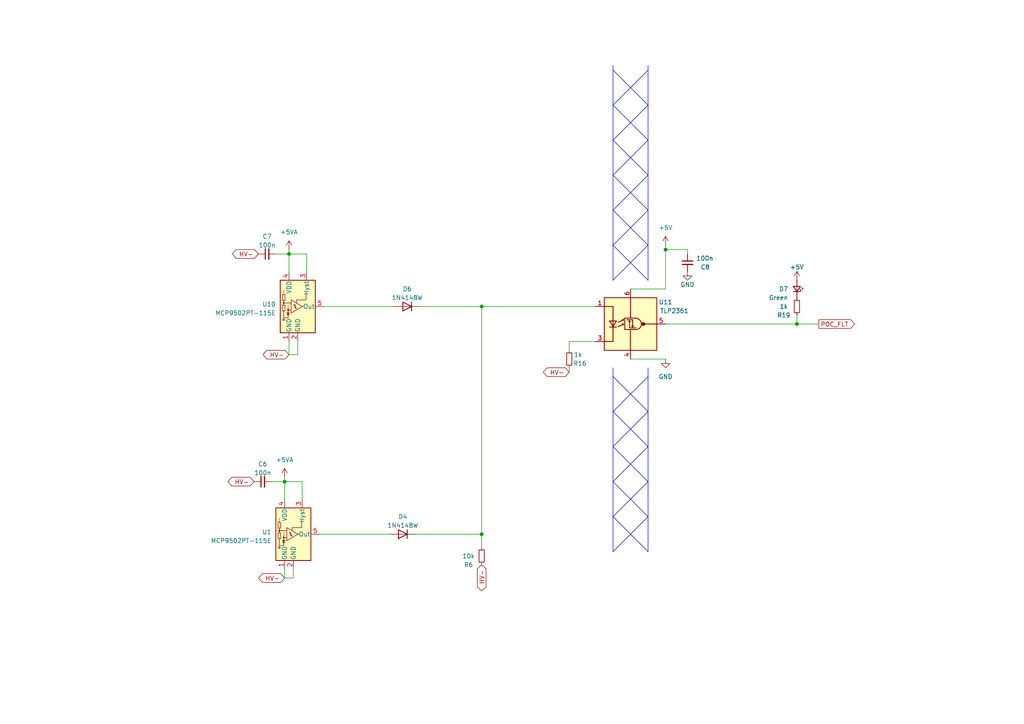
<source format=kicad_sch>
(kicad_sch (version 20230121) (generator eeschema)
  (paper "A4")
  (title_block (title "VehiclePrecharge") (date "2023-06-27") (rev "V1.0") (company "Niko Smith"))
  (lib_symbols
    (symbol "+5V_1" (power) (pin_names (offset 0))
      (property "Value" "+5V_1" (at 0 3.556 0))
      (symbol "+5V_1_0_1"
        (polyline (pts (xy -0.762 1.27) (xy 0 2.54)))
        (polyline (pts (xy 0 0) (xy 0 2.54)))
        (polyline (pts (xy 0 2.54) (xy 0.762 1.27)))
      )
      (symbol "+5V_1_1_1"
        (pin power_in line (at 0 0 90) (length 0) hide (name "+5V") (number "1"))
      )
    )
    (symbol "Device:C_Small" (pin_numbers hide) (pin_names (offset 0.254) hide)
      (property "Reference" "C" (at 0.254 1.778 0))
      (property "Value" "C_Small" (at 0.254 -2.032 0))
      (symbol "C_Small_0_1"
        (polyline (pts (xy -1.524 -0.508) (xy 1.524 -0.508)) (stroke (width 0.3302)))
        (polyline (pts (xy -1.524 0.508) (xy 1.524 0.508)) (stroke (width 0.3048)))
      )
      (symbol "C_Small_1_1"
        (pin passive line (at 0 2.54 270) (length 2.032) (name "~") (number "1"))
        (pin passive line (at 0 -2.54 90) (length 2.032) (name "~") (number "2"))
      )
    )
    (symbol "Device:LED_Small" (pin_numbers hide) (pin_names (offset 0.254) hide)
      (property "Reference" "D" (at -1.27 3.175 0))
      (property "Value" "LED_Small" (at -4.445 -2.54 0))
      (symbol "LED_Small_0_1"
        (polyline (pts (xy -0.762 -1.016) (xy -0.762 1.016)) (stroke (width 0.254)))
        (polyline (pts (xy 1.016 0) (xy -0.762 0)))
        (polyline (pts (xy 0.762 -1.016) (xy -0.762 0) (xy 0.762 1.016) (xy 0.762 -1.016)) (stroke (width 0.254)))
        (polyline (pts (xy 0 0.762) (xy -0.508 1.27) (xy -0.254 1.27) (xy -0.508 1.27) (xy -0.508 1.016)))
        (polyline (pts (xy 0.508 1.27) (xy 0 1.778) (xy 0.254 1.778) (xy 0 1.778) (xy 0 1.524)))
      )
      (symbol "LED_Small_1_1"
        (pin passive line (at -2.54 0 0) (length 1.778) (name "K") (number "1"))
        (pin passive line (at 2.54 0 180) (length 1.778) (name "A") (number "2"))
      )
    )
    (symbol "Device:R_Small" (pin_numbers hide) (pin_names (offset 0.254) hide)
      (property "Reference" "R" (at 0.762 0.508 0))
      (property "Value" "R_Small" (at 0.762 -1.016 0))
      (symbol "R_Small_0_1"
        (rectangle (start -0.762 1.778) (end 0.762 -1.778) (stroke (width 0.2032)))
      )
      (symbol "R_Small_1_1"
        (pin passive line (at 0 2.54 270) (length 0.762) (name "~") (number "1"))
        (pin passive line (at 0 -2.54 90) (length 0.762) (name "~") (number "2"))
      )
    )
    (symbol "Diode:1N4148W" (pin_numbers hide) (pin_names hide)
      (property "Reference" "D" (at 0 2.54 0))
      (property "Value" "1N4148W" (at 0 -2.54 0))
      (symbol "1N4148W_0_1"
        (polyline (pts (xy -1.27 1.27) (xy -1.27 -1.27)) (stroke (width 0.254)))
        (polyline (pts (xy 1.27 0) (xy -1.27 0)))
        (polyline (pts (xy 1.27 1.27) (xy 1.27 -1.27) (xy -1.27 0) (xy 1.27 1.27)) (stroke (width 0.254)))
      )
      (symbol "1N4148W_1_1"
        (pin passive line (at -3.81 0 0) (length 2.54) (name "K") (number "1"))
        (pin passive line (at 3.81 0 180) (length 2.54) (name "A") (number "2"))
      )
    )
    (symbol "Isolator:TLP2361" (pin_names (offset 1.016) hide)
      (property "Reference" "U" (at -7.112 8.89 0))
      (property "Value" "TLP2361" (at 1.016 9.144 0))
      (symbol "TLP2361_0_1"
        (rectangle (start -7.62 7.62) (end 7.62 -7.62) (stroke (width 0.254)) (fill (type background)))
        (polyline (pts (xy -6.096 -0.889) (xy -4.064 -0.889)) (stroke (width 0.254)))
        (polyline (pts (xy -5.08 -1.27) (xy -5.08 -0.9144)) (stroke (width 0.254)))
        (polyline (pts (xy -5.08 1.016) (xy -5.08 -0.762)) (stroke (width 0.254)))
        (polyline (pts (xy -5.08 1.27) (xy -5.08 0.9144)) (stroke (width 0.254)))
        (polyline (pts (xy -3.556 -0.762) (xy -2.032 0)) (stroke (width 0.254)))
        (polyline (pts (xy -3.556 0.508) (xy -2.032 1.27)) (stroke (width 0.254)))
        (polyline (pts (xy -2.032 0) (xy -2.3368 0.0508)) (stroke (width 0.254)))
        (polyline (pts (xy -2.032 0) (xy -2.1844 -0.3048)) (stroke (width 0.254)))
        (polyline (pts (xy -2.032 1.27) (xy -2.3368 1.3208)) (stroke (width 0.254)))
        (polyline (pts (xy -2.032 1.27) (xy -2.1844 0.9652)) (stroke (width 0.254)))
        (polyline (pts (xy -0.0508 -7.6962) (xy -0.0508 -1.7272)) (stroke (width 0.254)))
        (polyline (pts (xy 0 7.6454) (xy 0 1.8034)) (stroke (width 0.254)))
        (polyline (pts (xy 0.8382 -0.5334) (xy 0.5842 -0.8128)) (stroke (width 0.254)))
        (polyline (pts (xy 7.747 0) (xy 4.064 0)) (stroke (width 0.254)))
        (polyline (pts (xy -7.62 -5.08) (xy -5.08 -5.08) (xy -5.08 -1.27)) (stroke (width 0.254)))
        (polyline (pts (xy -5.08 1.27) (xy -5.08 5.08) (xy -7.62 5.08)) (stroke (width 0.254)))
        (polyline (pts (xy -0.2794 0.6604) (xy -0.2794 -1.1176) (xy 1.6002 -1.1176)) (stroke (width 0.254)))
        (polyline (pts (xy 0.5842 -0.7874) (xy 0.3302 -0.5334) (xy 0.8382 -0.5334)) (stroke (width 0.254)))
        (polyline (pts (xy 0.6096 -0.8128) (xy 0.6096 1.2446) (xy -1.0668 1.2446)) (stroke (width 0.254)))
        (polyline (pts (xy -6.096 0.889) (xy -4.064 0.889) (xy -5.08 -0.762) (xy -6.096 0.889)) (stroke (width 0.254)))
        (polyline (pts (xy -0.3048 0.9398) (xy -0.5588 0.6858) (xy -0.0508 0.6858) (xy -0.3048 0.9398)) (stroke (width 0.254)))
        (polyline (pts (xy 1.3716 1.7018) (xy -1.6764 1.7018) (xy -1.6764 -1.6002) (xy 1.3716 -1.6002)) (stroke (width 0.254)))
        (arc (start 1.397 -1.6002) (mid 2.6016 -1.2064) (end 3.175 -0.0762) (stroke (width 0.254)))
        (arc (start 3.1496 -0.0508) (mid 2.6235 1.2011) (end 1.3716 1.7272) (stroke (width 0.254)))
        (circle (center 3.7084 0) (radius 0.4572) (fill (type outline)))
      )
      (symbol "TLP2361_1_1"
        (pin passive line (at -10.16 5.08 0) (length 2.54) (name "A") (number "1"))
        (pin no_connect line (at -7.62 0 0) (length 2.54) hide (name "NC") (number "2"))
        (pin passive line (at -10.16 -5.08 0) (length 2.54) (name "K") (number "3"))
        (pin power_in line (at 0 -10.16 90) (length 2.54) (name "GND") (number "4"))
        (pin output line (at 10.16 0 180) (length 2.54) (name "VO") (number "5"))
        (pin power_in line (at 0 10.16 270) (length 2.54) (name "VDD") (number "6"))
      )
    )
    (symbol "Sensor_Temperature:MCP9502" (pin_names (offset 0.127))
      (property "Reference" "U" (at -6.35 0 90))
      (property "Value" "MCP9502" (at -3.81 0 90))
      (symbol "MCP9502_0_1"
        (rectangle (start -2.54 7.62) (end 7.62 -7.62) (stroke (width 0.254)) (fill (type background)))
        (rectangle (start -1.905 0.381) (end -1.143 -1.27))
        (rectangle (start -1.905 3.429) (end -1.143 1.778))
        (circle (center -1.524 1.016) (radius 0.1778) (fill (type outline)))
        (circle (center -0.254 -1.016) (radius 0.1778) (fill (type outline)))
        (polyline (pts (xy -1.905 -3.81) (xy -1.143 -3.81)))
        (polyline (pts (xy -1.778 -4.064) (xy -1.27 -4.064)))
        (polyline (pts (xy -1.524 -4.318) (xy -1.524 -4.318)))
        (polyline (pts (xy -1.524 -3.302) (xy -1.524 -3.81)))
        (polyline (pts (xy -1.524 1.016) (xy -1.524 0.381)))
        (polyline (pts (xy -1.524 3.429) (xy -1.524 3.81)))
        (polyline (pts (xy -1.524 4.064) (xy -1.524 4.191)))
        (polyline (pts (xy -1.524 4.445) (xy -1.524 4.572)))
        (polyline (pts (xy -0.635 -2.413) (xy 0.127 -2.413)))
        (polyline (pts (xy -0.254 0) (xy -0.254 0.127)))
        (polyline (pts (xy -0.254 0.381) (xy -0.254 0.508)))
        (polyline (pts (xy 3.683 0) (xy 4.191 0)))
        (polyline (pts (xy -1.524 -1.27) (xy -1.524 -3.302) (xy -0.254 -3.302)))
        (polyline (pts (xy -0.254 -1.016) (xy -0.254 -0.381) (xy -0.254 -0.254)))
        (polyline (pts (xy 0.635 -1.016) (xy -0.254 -1.016) (xy -0.254 -3.302)))
        (polyline (pts (xy 0.635 1.016) (xy -1.524 1.016) (xy -1.524 1.778)))
        (polyline (pts (xy 1.524 0.508) (xy 1.778 -0.508) (xy 2.032 -0.508)))
        (polyline (pts (xy 0.127 -1.778) (xy -0.635 -1.778) (xy -0.254 -2.413) (xy 0.127 -1.778)))
        (polyline (pts (xy 1.27 0.508) (xy 1.778 0.508) (xy 2.032 -0.508) (xy 2.286 -0.508)))
        (polyline (pts (xy 3.81 0) (xy 0.635 1.905) (xy 0.635 -1.905) (xy 3.81 0)))
        (polyline (pts (xy 4.953 3.429) (xy 4.953 1.905) (xy 2.159 1.905) (xy 2.159 1.016)))
      )
      (symbol "MCP9502_1_1"
        (pin power_in line (at 0 -10.16 90) (length 2.54) (name "GND") (number "1"))
        (pin power_in line (at 2.54 -10.16 90) (length 2.54) (name "GND") (number "2"))
        (pin input line (at 5.08 10.16 270) (length 2.54) (name "Hyst") (number "3"))
        (pin power_in line (at 0 10.16 270) (length 2.54) (name "VDD") (number "4"))
        (pin output line (at 10.16 0 180) (length 2.54) (name "Out") (number "5"))
      )
    )
    (symbol "power:+5V" (power) (pin_names (offset 0))
      (property "Value" "+5V" (at 0 3.556 0))
      (symbol "+5V_0_1"
        (polyline (pts (xy -0.762 1.27) (xy 0 2.54)))
        (polyline (pts (xy 0 0) (xy 0 2.54)))
        (polyline (pts (xy 0 2.54) (xy 0.762 1.27)))
      )
      (symbol "+5V_1_1"
        (pin power_in line (at 0 0 90) (length 0) hide (name "+5V") (number "1"))
      )
    )
    (symbol "power:+5VA" (power) (pin_names (offset 0))
      (property "Value" "+5VA" (at 0 3.556 0))
      (symbol "+5VA_0_1"
        (polyline (pts (xy -0.762 1.27) (xy 0 2.54)))
        (polyline (pts (xy 0 0) (xy 0 2.54)))
        (polyline (pts (xy 0 2.54) (xy 0.762 1.27)))
      )
      (symbol "+5VA_1_1"
        (pin power_in line (at 0 0 90) (length 0) hide (name "+5VA") (number "1"))
      )
    )
    (symbol "power:GND" (power) (pin_names (offset 0))
      (property "Value" "GND" (at 0 -3.81 0))
      (symbol "GND_0_1"
        (polyline (pts (xy 0 0) (xy 0 -1.27) (xy 1.27 -1.27) (xy 0 -2.54) (xy -1.27 -1.27) (xy 0 -1.27)))
      )
      (symbol "GND_1_1"
        (pin power_in line (at 0 0 270) (length 0) hide (name "GND") (number "1"))
      )
    )
  )
  (junction (at 82.55 139.7))
  (junction (at 139.7 88.9))
  (junction (at 193.04 72.39))
  (junction (at 139.7 154.94))
  (junction (at 83.82 73.66))
  (junction (at 231.14 93.98))
  (polyline (pts (xy 177.8 60.96) (xy 187.96 71.12)))
  (wire (pts (xy 82.55 139.7) (xy 82.55 144.78)))
  (wire (pts (xy 80.01 73.66) (xy 83.82 73.66)))
  (polyline (pts (xy 187.96 19.05) (xy 187.96 81.28)))
  (wire (pts (xy 85.09 165.1) (xy 85.09 167.64)))
  (polyline (pts (xy 177.8 119.38) (xy 187.96 109.22)))
  (polyline (pts (xy 177.8 149.86) (xy 187.96 160.02)))
  (polyline (pts (xy 177.8 109.22) (xy 187.96 119.38)))
  (wire (pts (xy 172.72 99.06) (xy 165.1 99.06)))
  (polyline (pts (xy 177.8 30.48) (xy 187.96 40.64)))
  (wire (pts (xy 88.9 73.66) (xy 83.82 73.66)))
  (wire (pts (xy 83.82 99.06) (xy 83.82 102.87)))
  (polyline (pts (xy 177.8 129.54) (xy 187.96 139.7)))
  (wire (pts (xy 231.14 93.98) (xy 237.49 93.98)))
  (wire (pts (xy 121.92 88.9) (xy 139.7 88.9)))
  (polyline (pts (xy 177.8 19.05) (xy 177.8 81.28)))
  (polyline (pts (xy 177.8 50.8) (xy 187.96 60.96)))
  (wire (pts (xy 83.82 73.66) (xy 83.82 78.74)))
  (polyline (pts (xy 177.8 139.7) (xy 187.96 149.86)))
  (wire (pts (xy 182.88 83.82) (xy 193.04 83.82)))
  (polyline (pts (xy 177.8 40.64) (xy 187.96 50.8)))
  (polyline (pts (xy 177.8 40.64) (xy 187.96 30.48)))
  (polyline (pts (xy 177.8 30.48) (xy 187.96 20.32)))
  (wire (pts (xy 165.1 106.68) (xy 165.1 107.95)))
  (wire (pts (xy 120.65 154.94) (xy 139.7 154.94)))
  (polyline (pts (xy 177.8 71.12) (xy 187.96 60.96)))
  (polyline (pts (xy 177.8 160.02) (xy 187.96 149.86)))
  (wire (pts (xy 78.74 139.7) (xy 82.55 139.7)))
  (wire (pts (xy 199.39 73.66) (xy 199.39 72.39)))
  (wire (pts (xy 93.98 88.9) (xy 114.3 88.9)))
  (wire (pts (xy 193.04 72.39) (xy 193.04 83.82)))
  (polyline (pts (xy 177.8 71.12) (xy 187.96 81.28)))
  (polyline (pts (xy 177.8 119.38) (xy 187.96 129.54)))
  (wire (pts (xy 139.7 88.9) (xy 139.7 154.94)))
  (wire (pts (xy 139.7 88.9) (xy 172.72 88.9)))
  (wire (pts (xy 193.04 93.98) (xy 231.14 93.98)))
  (polyline (pts (xy 177.8 81.28) (xy 187.96 71.12)))
  (wire (pts (xy 86.36 99.06) (xy 86.36 102.87)))
  (wire (pts (xy 92.71 154.94) (xy 113.03 154.94)))
  (wire (pts (xy 139.7 154.94) (xy 139.7 158.75)))
  (wire (pts (xy 199.39 72.39) (xy 193.04 72.39)))
  (polyline (pts (xy 177.8 106.68) (xy 177.8 160.02)))
  (wire (pts (xy 165.1 99.06) (xy 165.1 101.6)))
  (wire (pts (xy 87.63 139.7) (xy 82.55 139.7)))
  (polyline (pts (xy 177.8 50.8) (xy 187.96 40.64)))
  (polyline (pts (xy 187.96 106.68) (xy 187.96 160.02)))
  (wire (pts (xy 86.36 102.87) (xy 83.82 102.87)))
  (wire (pts (xy 82.55 165.1) (xy 82.55 167.64)))
  (polyline (pts (xy 177.8 60.96) (xy 187.96 50.8)))
  (wire (pts (xy 85.09 167.64) (xy 82.55 167.64)))
  (wire (pts (xy 88.9 78.74) (xy 88.9 73.66)))
  (polyline (pts (xy 177.8 139.7) (xy 187.96 129.54)))
  (wire (pts (xy 87.63 144.78) (xy 87.63 139.7)))
  (polyline (pts (xy 177.8 129.54) (xy 187.96 119.38)))
  (wire (pts (xy 82.55 138.43) (xy 82.55 139.7)))
  (wire (pts (xy 83.82 72.39) (xy 83.82 73.66)))
  (polyline (pts (xy 177.8 149.86) (xy 187.96 139.7)))
  (wire (pts (xy 193.04 71.12) (xy 193.04 72.39)))
  (polyline (pts (xy 177.8 20.32) (xy 187.96 30.48)))
  (wire (pts (xy 182.88 104.14) (xy 193.04 104.14)))
  (wire (pts (xy 231.14 91.44) (xy 231.14 93.98)))
  (global_label "HV-" (shape bidirectional) (at 82.55 167.64 180) (property "Intersheetrefs" "${INTERSHEET_REFS}" (effects hide)))
  (global_label "HV-" (shape bidirectional) (at 165.1 107.95 180) (property "Intersheetrefs" "${INTERSHEET_REFS}" (effects hide)))
  (global_label "HV-" (shape bidirectional) (at 73.66 139.7 180) (property "Intersheetrefs" "${INTERSHEET_REFS}" (effects hide)))
  (global_label "HV-" (shape bidirectional) (at 83.82 102.87 180) (property "Intersheetrefs" "${INTERSHEET_REFS}" (effects hide)))
  (global_label "HV-" (shape bidirectional) (at 139.7 163.83 270) (property "Intersheetrefs" "${INTERSHEET_REFS}" (effects hide)))
  (global_label "HV-" (shape bidirectional) (at 74.93 73.66 180) (property "Intersheetrefs" "${INTERSHEET_REFS}" (effects hide)))
  (global_label "POC_FLT" (shape output) (at 237.49 93.98 0) (property "Intersheetrefs" "${INTERSHEET_REFS}" (effects hide)))
  (symbol (lib_name "+5V_1") (lib_id "power:+5V") (at 231.14 81.28 0) (unit 1)
    (property "Reference" "#PWR029" (effects hide))
    (property "Value" "+5V" (at 231.14 77.47 0))
  )
  (symbol (lib_id "power:+5V") (at 193.04 71.12 0) (unit 1)
    (property "Reference" "#PWR026" (effects hide))
    (property "Value" "+5V" (at 193.04 66.04 0))
    (instances (project "VehiclePrecharge_PCB" (path "" (reference "#PWR026") (unit 1))) (project "VehicleJunctionBoxMotherboard_PCB" (path "" (reference "#PWR023") (unit 1)) (path "" (reference "#PWR055") (unit 1))) (project "TSAL" (path "" (reference "#PWR060") (unit 1))))
  )
  (symbol (lib_id "Device:R_Small") (at 165.1 104.14 180) (unit 1)
    (property "Reference" "R16" (at 170.18 105.41 0) (effects (justify left)))
    (property "Value" "1k" (at 168.91 102.87 0) (effects (justify left)))
    (property "Footprint" "Resistor_SMD:R_0603_1608Metric" (effects hide))
    (instances (project "VehiclePrecharge_PCB" (path "" (reference "R16") (unit 1))) (project "VehicleJunctionBoxMotherboard_PCB" (path "" (reference "R18") (unit 1)) (path "" (reference "R37") (unit 1))) (project "TSAL" (path "" (reference "R17") (unit 1))))
  )
  (symbol (lib_id "power:+5VA") (at 82.55 138.43 0) (unit 1)
    (property "Reference" "#PWR024" (effects hide))
    (property "Value" "+5VA" (at 82.55 133.35 0))
    (instances (project "VehiclePrecharge_PCB" (path "" (reference "#PWR024") (unit 1))) (project "UCM67_Discharge_TSAL_V2.0_PCB" (path "" (reference "#PWR022") (unit 1))) (project "VehicleJunctionBoxMotherboard_PCB" (path "" (reference "#PWR014") (unit 1)) (path "" (reference "#PWR015") (unit 1))))
  )
  (symbol (lib_id "Diode:1N4148W") (at 118.11 88.9 180) (unit 1)
    (property "Reference" "D6" (at 118.11 83.82 0))
    (property "Value" "1N4148W" (at 118.11 86.36 0))
    (property "Footprint" "Diode_SMD:D_SOD-123" (effects hide))
    (property "Datasheet" "https://www.vishay.com/docs/85748/1n4148w.pdf" (effects hide))
    (property "Sim.Device" "D" (effects hide))
    (property "Sim.Pins" "1=K 2=A" (effects hide))
    (instances (project "VehiclePrecharge_PCB" (path "" (reference "D6") (unit 1))) (project "VehicleJunctionBoxMotherboard_PCB" (path "" (reference "D10") (unit 1))))
  )
  (symbol (lib_id "Device:R_Small") (at 139.7 161.29 180) (unit 1)
    (property "Reference" "R6" (at 135.89 163.83 0))
    (property "Value" "10k" (at 135.89 161.29 0))
    (property "Footprint" "Resistor_SMD:R_0603_1608Metric" (effects hide))
    (instances (project "VehiclePrecharge_PCB" (path "" (reference "R6") (unit 1))) (project "VehicleJunctionBoxMotherboard_PCB" (path "" (reference "R31") (unit 1)) (path "" (reference "R49") (unit 1))) (project "Discharge" (path "" (reference "R7") (unit 1))))
  )
  (symbol (lib_id "Sensor_Temperature:MCP9502") (at 82.55 154.94 0) (unit 1)
    (property "Reference" "U1" (at 78.74 154.305 0) (effects (justify right)))
    (property "Value" "MCP9502PT-115E" (at 78.74 156.845 0) (effects (justify right)))
    (property "Footprint" "Package_TO_SOT_SMD:SOT-23-5" (effects hide))
    (property "Datasheet" "http://ww1.microchip.com/downloads/en/DeviceDoc/20002268B.pdf" (effects hide))
    (instances (project "VehiclePrecharge_PCB" (path "" (reference "U1") (unit 1))) (project "VehicleJunctionBoxMotherboard_PCB" (path "" (reference "U5") (unit 1))))
  )
  (symbol (lib_id "Device:R_Small") (at 231.14 88.9 180) (unit 1)
    (property "Reference" "R19" (at 227.33 91.44 0))
    (property "Value" "1k" (at 227.33 88.9 0))
    (property "Footprint" "Resistor_SMD:R_0603_1608Metric" (effects hide))
    (instances (project "VehiclePrecharge_PCB" (path "" (reference "R19") (unit 1))) (project "VehicleJunctionBoxMotherboard_PCB" (path "" (reference "R31") (unit 1)) (path "" (reference "R35") (unit 1))) (project "Discharge" (path "" (reference "R7") (unit 1))))
  )
  (symbol (lib_id "power:GND") (at 199.39 78.74 0) (unit 1)
    (property "Reference" "#PWR028" (effects hide))
    (property "Value" "GND" (at 199.39 82.55 0))
    (instances (project "VehiclePrecharge_PCB" (path "" (reference "#PWR028") (unit 1))) (project "VehicleJunctionBoxMotherboard_PCB" (path "" (reference "#PWR025") (unit 1)) (path "" (reference "#PWR057") (unit 1))) (project "TSAL" (path "" (reference "#PWR062") (unit 1))))
  )
  (symbol (lib_id "Device:LED_Small") (at 231.14 83.82 270) (mirror x) (unit 1)
    (property "Reference" "D7" (at 228.6 83.82 90) (effects (justify right)))
    (property "Value" "Green" (at 228.6 86.36 90) (effects (justify right)))
    (property "Footprint" "LED_SMD:LED_0603_1608Metric" (effects hide))
    (instances (project "VehiclePrecharge_PCB" (path "" (reference "D7") (unit 1))) (project "VehicleJunctionBoxMotherboard_PCB" (path "" (reference "D5") (unit 1)) (path "" (reference "D6") (unit 1))) (project "Discharge" (path "" (reference "D3") (unit 1))))
  )
  (symbol (lib_id "Isolator:TLP2361") (at 182.88 93.98 0) (unit 1)
    (property "Reference" "U11" (at 193.04 87.63 0))
    (property "Value" "TLP2361" (at 195.58 90.17 0))
    (property "Footprint" "Package_SO:SO-5_4.4x3.6mm_P1.27mm" (effects hide))
    (property "Datasheet" "https://toshiba.semicon-storage.com/info/docget.jsp?did=29407&prodName=TLP2748" (effects hide))
    (instances (project "VehiclePrecharge_PCB" (path "" (reference "U11") (unit 1))) (project "VehicleJunctionBoxMotherboard_PCB" (path "" (reference "U7") (unit 1)) (path "" (reference "U20") (unit 1))) (project "TSAL" (path "" (reference "U9") (unit 1))))
  )
  (symbol (lib_id "power:GND") (at 193.04 104.14 0) (unit 1)
    (property "Reference" "#PWR027" (effects hide))
    (property "Value" "GND" (at 193.04 109.22 0))
    (instances (project "VehiclePrecharge_PCB" (path "" (reference "#PWR027") (unit 1))) (project "VehicleJunctionBoxMotherboard_PCB" (path "" (reference "#PWR024") (unit 1)) (path "" (reference "#PWR056") (unit 1))) (project "TSAL" (path "" (reference "#PWR061") (unit 1))))
  )
  (symbol (lib_id "Sensor_Temperature:MCP9502") (at 83.82 88.9 0) (unit 1)
    (property "Reference" "U10" (at 80.01 88.265 0) (effects (justify right)))
    (property "Value" "MCP9502PT-115E" (at 80.01 90.805 0) (effects (justify right)))
    (property "Footprint" "Package_TO_SOT_SMD:SOT-23-5" (effects hide))
    (property "Datasheet" "http://ww1.microchip.com/downloads/en/DeviceDoc/20002268B.pdf" (effects hide))
    (instances (project "VehiclePrecharge_PCB" (path "" (reference "U10") (unit 1))) (project "VehicleJunctionBoxMotherboard_PCB" (path "" (reference "U3") (unit 1))))
  )
  (symbol (lib_id "Device:C_Small") (at 199.39 76.2 0) (unit 1)
    (property "Reference" "C8" (at 203.2 77.47 0) (effects (justify left)))
    (property "Value" "100n" (at 201.93 74.93 0) (effects (justify left)))
    (property "Footprint" "Capacitor_SMD:C_0603_1608Metric" (effects hide))
    (instances (project "VehiclePrecharge_PCB" (path "" (reference "C8") (unit 1))) (project "VehicleJunctionBoxMotherboard_PCB" (path "" (reference "C13") (unit 1)) (path "" (reference "C25") (unit 1))) (project "TSAL" (path "" (reference "C13") (unit 1))))
  )
  (symbol (lib_id "Device:C_Small") (at 77.47 73.66 90) (unit 1)
    (property "Reference" "C7" (at 77.4763 68.58 90))
    (property "Value" "100n" (at 77.4763 71.12 90))
    (property "Footprint" "Capacitor_SMD:C_0603_1608Metric" (effects hide))
    (instances (project "VehiclePrecharge_PCB" (path "" (reference "C7") (unit 1))) (project "VehicleJunctionBoxMotherboard_PCB" (path "" (reference "C26") (unit 1))))
  )
  (symbol (lib_id "Diode:1N4148W") (at 116.84 154.94 180) (unit 1)
    (property "Reference" "D4" (at 116.84 149.86 0))
    (property "Value" "1N4148W" (at 116.84 152.4 0))
    (property "Footprint" "Diode_SMD:D_SOD-123" (effects hide))
    (property "Datasheet" "https://www.vishay.com/docs/85748/1n4148w.pdf" (effects hide))
    (property "Sim.Device" "D" (effects hide))
    (property "Sim.Pins" "1=K 2=A" (effects hide))
    (instances (project "VehiclePrecharge_PCB" (path "" (reference "D4") (unit 1))) (project "VehicleJunctionBoxMotherboard_PCB" (path "" (reference "D8") (unit 1))))
  )
  (symbol (lib_id "Device:C_Small") (at 76.2 139.7 90) (unit 1)
    (property "Reference" "C6" (at 76.2063 134.62 90))
    (property "Value" "100n" (at 76.2063 137.16 90))
    (property "Footprint" "Capacitor_SMD:C_0603_1608Metric" (effects hide))
    (instances (project "VehiclePrecharge_PCB" (path "" (reference "C6") (unit 1))) (project "VehicleJunctionBoxMotherboard_PCB" (path "" (reference "C23") (unit 1))))
  )
  (symbol (lib_id "power:+5VA") (at 83.82 72.39 0) (unit 1)
    (property "Reference" "#PWR025" (effects hide))
    (property "Value" "+5VA" (at 83.82 67.31 0))
    (instances (project "VehiclePrecharge_PCB" (path "" (reference "#PWR025") (unit 1))) (project "UCM67_Discharge_TSAL_V2.0_PCB" (path "" (reference "#PWR022") (unit 1))) (project "VehicleJunctionBoxMotherboard_PCB" (path "" (reference "#PWR014") (unit 1)) (path "" (reference "#PWR013") (unit 1))))
  )
)
</source>
